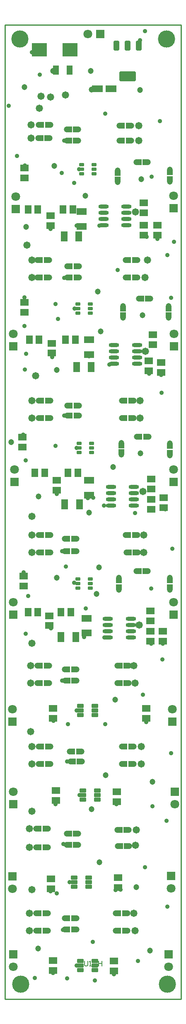
<source format=gts>
G04 Layer_Color=8388736*
%FSLAX44Y44*%
%MOMM*%
G71*
G01*
G75*
%ADD27C,0.2540*%
%ADD28C,0.2032*%
%ADD42R,2.0032X1.3532*%
%ADD43R,1.3532X2.0032*%
%ADD44R,1.6532X1.4032*%
G04:AMPARAMS|DCode=45|XSize=0.8532mm|YSize=1.4032mm|CornerRadius=0.1504mm|HoleSize=0mm|Usage=FLASHONLY|Rotation=90.000|XOffset=0mm|YOffset=0mm|HoleType=Round|Shape=RoundedRectangle|*
%AMROUNDEDRECTD45*
21,1,0.8532,1.1025,0,0,90.0*
21,1,0.5525,1.4032,0,0,90.0*
1,1,0.3007,0.5513,0.2762*
1,1,0.3007,0.5513,-0.2762*
1,1,0.3007,-0.5513,-0.2762*
1,1,0.3007,-0.5513,0.2762*
%
%ADD45ROUNDEDRECTD45*%
%ADD46C,1.2032*%
%ADD47R,1.2032X1.2032*%
%ADD48O,2.1032X0.8032*%
G04:AMPARAMS|DCode=49|XSize=0.7532mm|YSize=1.0032mm|CornerRadius=0.1511mm|HoleSize=0mm|Usage=FLASHONLY|Rotation=90.000|XOffset=0mm|YOffset=0mm|HoleType=Round|Shape=RoundedRectangle|*
%AMROUNDEDRECTD49*
21,1,0.7532,0.7010,0,0,90.0*
21,1,0.4510,1.0032,0,0,90.0*
1,1,0.3022,0.3505,0.2255*
1,1,0.3022,0.3505,-0.2255*
1,1,0.3022,-0.3505,-0.2255*
1,1,0.3022,-0.3505,0.2255*
%
%ADD49ROUNDEDRECTD49*%
%ADD50R,1.4032X1.6532*%
%ADD51R,1.2032X1.2032*%
G04:AMPARAMS|DCode=52|XSize=3.4032mm|YSize=1.9532mm|CornerRadius=0.1541mm|HoleSize=0mm|Usage=FLASHONLY|Rotation=0.000|XOffset=0mm|YOffset=0mm|HoleType=Round|Shape=RoundedRectangle|*
%AMROUNDEDRECTD52*
21,1,3.4032,1.6450,0,0,0.0*
21,1,3.0950,1.9532,0,0,0.0*
1,1,0.3082,1.5475,-0.8225*
1,1,0.3082,-1.5475,-0.8225*
1,1,0.3082,-1.5475,0.8225*
1,1,0.3082,1.5475,0.8225*
%
%ADD52ROUNDEDRECTD52*%
G04:AMPARAMS|DCode=53|XSize=1.1032mm|YSize=1.9532mm|CornerRadius=0.1511mm|HoleSize=0mm|Usage=FLASHONLY|Rotation=0.000|XOffset=0mm|YOffset=0mm|HoleType=Round|Shape=RoundedRectangle|*
%AMROUNDEDRECTD53*
21,1,1.1032,1.6510,0,0,0.0*
21,1,0.8010,1.9532,0,0,0.0*
1,1,0.3022,0.4005,-0.8255*
1,1,0.3022,-0.4005,-0.8255*
1,1,0.3022,-0.4005,0.8255*
1,1,0.3022,0.4005,0.8255*
%
%ADD53ROUNDEDRECTD53*%
%ADD54R,2.2032X1.4032*%
%ADD55R,1.1532X1.9032*%
%ADD56R,3.1532X2.7532*%
%ADD57C,1.8032*%
%ADD58R,1.8032X1.8032*%
%ADD59R,1.8032X1.8032*%
%ADD60C,3.5052*%
%ADD61C,0.9032*%
%ADD62C,1.4732*%
D27*
X0Y-1990000D02*
Y-1274D01*
Y-1990000D02*
X359410D01*
X0Y-1274D02*
X359410D01*
Y-1990000D02*
Y-1274D01*
D28*
X162070Y-1912627D02*
Y-1921091D01*
X163763Y-1922784D01*
X167148D01*
X168841Y-1921091D01*
Y-1912627D01*
X172227Y-1922784D02*
X175612D01*
X173920D01*
Y-1912627D01*
X172227Y-1914320D01*
X180691Y-1924477D02*
X187462D01*
X190847Y-1912627D02*
Y-1922784D01*
Y-1917706D01*
X197619D01*
Y-1912627D01*
Y-1922784D01*
D42*
X166370Y-1242774D02*
D03*
Y-1212774D02*
D03*
X171450Y-961154D02*
D03*
Y-931154D02*
D03*
Y-674134D02*
D03*
Y-644134D02*
D03*
X156210Y-412514D02*
D03*
Y-382514D02*
D03*
D43*
X114540Y-1250950D02*
D03*
X144540D02*
D03*
X122160Y-980440D02*
D03*
X152160D02*
D03*
X146290Y-699774D02*
D03*
X176290D02*
D03*
X120890Y-433074D02*
D03*
X150890D02*
D03*
D44*
X283210Y-364654D02*
D03*
Y-384654D02*
D03*
X222880Y-1932784D02*
D03*
Y-1912784D02*
D03*
X97790Y-1931514D02*
D03*
Y-1911514D02*
D03*
X90170Y-1207774D02*
D03*
Y-1227774D02*
D03*
X297180Y-1239684D02*
D03*
Y-1259684D02*
D03*
Y-1197774D02*
D03*
Y-1217774D02*
D03*
X322580Y-1259684D02*
D03*
Y-1239684D02*
D03*
X38100Y-1126654D02*
D03*
Y-1146654D02*
D03*
X105410Y-931074D02*
D03*
Y-951074D02*
D03*
X298450Y-970444D02*
D03*
Y-990444D02*
D03*
Y-928534D02*
D03*
Y-948534D02*
D03*
X323850Y-986634D02*
D03*
Y-966634D02*
D03*
X35560Y-843444D02*
D03*
Y-863444D02*
D03*
X95250Y-651514D02*
D03*
Y-671514D02*
D03*
X293370Y-687234D02*
D03*
Y-707234D02*
D03*
X302260Y-633894D02*
D03*
Y-653894D02*
D03*
X318770Y-711044D02*
D03*
Y-691044D02*
D03*
X39370Y-567854D02*
D03*
Y-587854D02*
D03*
X92710Y-391324D02*
D03*
Y-411324D02*
D03*
X283210Y-410374D02*
D03*
Y-430374D02*
D03*
X311150D02*
D03*
Y-410374D02*
D03*
X39370Y-293534D02*
D03*
Y-313534D02*
D03*
X228600Y-1567344D02*
D03*
Y-1587344D02*
D03*
X288290Y-1397164D02*
D03*
Y-1417164D02*
D03*
X104140Y-1564804D02*
D03*
Y-1584804D02*
D03*
X97790Y-1397164D02*
D03*
Y-1417164D02*
D03*
X93980Y-1745144D02*
D03*
Y-1765144D02*
D03*
X231140Y-1742604D02*
D03*
Y-1762604D02*
D03*
D45*
X170960Y-1741834D02*
D03*
Y-1751334D02*
D03*
Y-1760834D02*
D03*
X141460D02*
D03*
Y-1751334D02*
D03*
Y-1741834D02*
D03*
X153670Y-1912014D02*
D03*
Y-1921514D02*
D03*
Y-1931014D02*
D03*
X183170D02*
D03*
Y-1921514D02*
D03*
Y-1912014D02*
D03*
X188740Y-1564034D02*
D03*
Y-1573534D02*
D03*
Y-1583034D02*
D03*
X159240D02*
D03*
Y-1573534D02*
D03*
Y-1564034D02*
D03*
X183660Y-1391314D02*
D03*
Y-1400814D02*
D03*
Y-1410314D02*
D03*
X154160D02*
D03*
Y-1400814D02*
D03*
Y-1391314D02*
D03*
D46*
X121920Y-1824994D02*
D03*
X146050D02*
D03*
X121920Y-1847854D02*
D03*
X146050D02*
D03*
X250190Y-1814834D02*
D03*
X226060D02*
D03*
X250190Y-1850394D02*
D03*
X226060D02*
D03*
X63500Y-1814834D02*
D03*
X87630D02*
D03*
X63500Y-1850394D02*
D03*
X87630D02*
D03*
X267970Y-1116334D02*
D03*
X292100D02*
D03*
X336550Y-1130304D02*
D03*
Y-1154434D02*
D03*
X232410Y-1130304D02*
D03*
Y-1154434D02*
D03*
X270510Y-1042674D02*
D03*
X246380D02*
D03*
X271780Y-1078234D02*
D03*
X247650D02*
D03*
X68580Y-1042674D02*
D03*
X92710D02*
D03*
X68580Y-1078234D02*
D03*
X92710D02*
D03*
X121920Y-1050294D02*
D03*
X146050D02*
D03*
X121920Y-1075694D02*
D03*
X146050D02*
D03*
X269240Y-842014D02*
D03*
X293370D02*
D03*
X336550Y-855984D02*
D03*
Y-880114D02*
D03*
X237490Y-854714D02*
D03*
Y-878844D02*
D03*
X262890Y-768354D02*
D03*
X238760D02*
D03*
X262890Y-803914D02*
D03*
X238760D02*
D03*
X68580Y-768354D02*
D03*
X92710D02*
D03*
X68580Y-803914D02*
D03*
X92710D02*
D03*
X127000Y-778514D02*
D03*
X151130D02*
D03*
X127000Y-798834D02*
D03*
X151130D02*
D03*
X273050Y-560074D02*
D03*
X297180D02*
D03*
X334010Y-575314D02*
D03*
Y-599444D02*
D03*
X241300Y-575314D02*
D03*
Y-599444D02*
D03*
X270510Y-481334D02*
D03*
X246380D02*
D03*
X270510Y-516894D02*
D03*
X246380D02*
D03*
X66040Y-481334D02*
D03*
X90170D02*
D03*
X66040Y-516894D02*
D03*
X90170D02*
D03*
X126840Y-494034D02*
D03*
X150970D02*
D03*
X127000Y-516894D02*
D03*
X151130D02*
D03*
X267970Y-281334D02*
D03*
X292100D02*
D03*
X336550Y-297184D02*
D03*
Y-321314D02*
D03*
X229870Y-298454D02*
D03*
Y-322584D02*
D03*
X257810Y-207014D02*
D03*
X233680D02*
D03*
X257810Y-237494D02*
D03*
X233680D02*
D03*
X68580Y-205744D02*
D03*
X92710D02*
D03*
X67310Y-232414D02*
D03*
X91440D02*
D03*
X125730Y-214634D02*
D03*
X149860D02*
D03*
X125730Y-237494D02*
D03*
X149860D02*
D03*
X156210Y-1484634D02*
D03*
X132080D02*
D03*
X146050Y-1316994D02*
D03*
X121920D02*
D03*
X157480Y-1504954D02*
D03*
X133350D02*
D03*
X146540Y-1339854D02*
D03*
X122410D02*
D03*
X238760Y-1474474D02*
D03*
X262890D02*
D03*
X229240Y-1309374D02*
D03*
X253370D02*
D03*
X238760Y-1510034D02*
D03*
X262890D02*
D03*
X229240Y-1344934D02*
D03*
X253370D02*
D03*
X92710Y-1474474D02*
D03*
X68580D02*
D03*
X90170Y-1309374D02*
D03*
X66040D02*
D03*
X92710Y-1510034D02*
D03*
X68580D02*
D03*
X90170Y-1344934D02*
D03*
X66040D02*
D03*
X87630Y-1680214D02*
D03*
X63500D02*
D03*
X87630Y-1642114D02*
D03*
X63500D02*
D03*
X229870Y-1677674D02*
D03*
X254000D02*
D03*
X229240Y-1644654D02*
D03*
X253370D02*
D03*
X149860Y-1675134D02*
D03*
X125730D02*
D03*
X149860Y-1652274D02*
D03*
X125730D02*
D03*
X67310Y-1887224D02*
D03*
X295910Y-1891034D02*
D03*
X267970Y-1761494D02*
D03*
X193040Y-1710694D02*
D03*
X176580Y-1602740D02*
D03*
X205740Y-1532894D02*
D03*
X300990Y-1546864D02*
D03*
X224790Y-1379224D02*
D03*
X186690Y-1163324D02*
D03*
X191770Y-1108714D02*
D03*
X105410Y-1130304D02*
D03*
X220980Y-904244D02*
D03*
X171450Y-996950D02*
D03*
X68580Y-963934D02*
D03*
X12700Y-853444D02*
D03*
X276860Y-876304D02*
D03*
X105410Y-706124D02*
D03*
X195580Y-627384D02*
D03*
X280670Y-594364D02*
D03*
X189230Y-546104D02*
D03*
X163830Y-350524D02*
D03*
X43180Y-414024D02*
D03*
X278130Y-316234D02*
D03*
X100330Y-289564D02*
D03*
X39370Y-128274D02*
D03*
X97790Y-95254D02*
D03*
X176530Y-133354D02*
D03*
X175260Y-95254D02*
D03*
X275590Y-134620D02*
D03*
D47*
X127000Y-1824994D02*
D03*
X140970D02*
D03*
X127000Y-1847854D02*
D03*
X140970D02*
D03*
X245110Y-1814834D02*
D03*
X231140D02*
D03*
X245110Y-1850394D02*
D03*
X231140D02*
D03*
X68580Y-1814834D02*
D03*
X82550D02*
D03*
X68580Y-1850394D02*
D03*
X82550D02*
D03*
X273050Y-1116334D02*
D03*
X287020D02*
D03*
X265430Y-1042674D02*
D03*
X251460D02*
D03*
X266700Y-1078234D02*
D03*
X252730D02*
D03*
X73660Y-1042674D02*
D03*
X87630D02*
D03*
X73660Y-1078234D02*
D03*
X87630D02*
D03*
X127000Y-1050294D02*
D03*
X140970D02*
D03*
X127000Y-1075694D02*
D03*
X140970D02*
D03*
X274320Y-842014D02*
D03*
X288290D02*
D03*
X257810Y-768354D02*
D03*
X243840D02*
D03*
X257810Y-803914D02*
D03*
X243840D02*
D03*
X73660Y-768354D02*
D03*
X87630D02*
D03*
X73660Y-803914D02*
D03*
X87630D02*
D03*
X132080Y-778514D02*
D03*
X146050D02*
D03*
X132080Y-798834D02*
D03*
X146050D02*
D03*
X278130Y-560074D02*
D03*
X292100D02*
D03*
X265430Y-481334D02*
D03*
X251460D02*
D03*
X265430Y-516894D02*
D03*
X251460D02*
D03*
X71120Y-481334D02*
D03*
X85090D02*
D03*
X71120Y-516894D02*
D03*
X85090D02*
D03*
X131920Y-494034D02*
D03*
X145890D02*
D03*
X132080Y-516894D02*
D03*
X146050D02*
D03*
X273050Y-281334D02*
D03*
X287020D02*
D03*
X252730Y-207014D02*
D03*
X238760D02*
D03*
X252730Y-237494D02*
D03*
X238760D02*
D03*
X73660Y-205744D02*
D03*
X87630D02*
D03*
X72390Y-232414D02*
D03*
X86360D02*
D03*
X130810Y-214634D02*
D03*
X144780D02*
D03*
X130810Y-237494D02*
D03*
X144780D02*
D03*
X151130Y-1484634D02*
D03*
X137160D02*
D03*
X140970Y-1316994D02*
D03*
X127000D02*
D03*
X152400Y-1504954D02*
D03*
X138430D02*
D03*
X141460Y-1339854D02*
D03*
X127490D02*
D03*
X243840Y-1474474D02*
D03*
X257810D02*
D03*
X234320Y-1309374D02*
D03*
X248290D02*
D03*
X243840Y-1510034D02*
D03*
X257810D02*
D03*
X234320Y-1344934D02*
D03*
X248290D02*
D03*
X87630Y-1474474D02*
D03*
X73660D02*
D03*
X85090Y-1309374D02*
D03*
X71120D02*
D03*
X87630Y-1510034D02*
D03*
X73660D02*
D03*
X85090Y-1344934D02*
D03*
X71120D02*
D03*
X82550Y-1680214D02*
D03*
X68580D02*
D03*
X82550Y-1642114D02*
D03*
X68580D02*
D03*
X234950Y-1677674D02*
D03*
X248920D02*
D03*
X234320Y-1644654D02*
D03*
X248290D02*
D03*
X144780Y-1675134D02*
D03*
X130810D02*
D03*
X144780Y-1652274D02*
D03*
X130810D02*
D03*
D48*
X257180Y-1252224D02*
D03*
Y-1239524D02*
D03*
Y-1226824D02*
D03*
Y-1214124D02*
D03*
X210180Y-1252224D02*
D03*
Y-1239524D02*
D03*
Y-1226824D02*
D03*
Y-1214124D02*
D03*
X263530Y-982984D02*
D03*
Y-970284D02*
D03*
Y-957584D02*
D03*
Y-944884D02*
D03*
X216530Y-982984D02*
D03*
Y-970284D02*
D03*
Y-957584D02*
D03*
Y-944884D02*
D03*
X269880Y-693424D02*
D03*
Y-680724D02*
D03*
Y-668024D02*
D03*
Y-655324D02*
D03*
X222880Y-693424D02*
D03*
Y-680724D02*
D03*
Y-668024D02*
D03*
Y-655324D02*
D03*
X248290Y-410374D02*
D03*
Y-397674D02*
D03*
Y-384974D02*
D03*
Y-372274D02*
D03*
X201290Y-410374D02*
D03*
Y-397674D02*
D03*
Y-384974D02*
D03*
Y-372274D02*
D03*
D49*
X174040Y-1132234D02*
D03*
Y-1141734D02*
D03*
Y-1151234D02*
D03*
X148540D02*
D03*
Y-1141734D02*
D03*
Y-1132234D02*
D03*
X176580Y-855374D02*
D03*
Y-864874D02*
D03*
Y-874374D02*
D03*
X151080D02*
D03*
Y-864874D02*
D03*
Y-855374D02*
D03*
X174040Y-570894D02*
D03*
Y-580394D02*
D03*
Y-589894D02*
D03*
X148540D02*
D03*
Y-580394D02*
D03*
Y-570894D02*
D03*
X181660Y-286414D02*
D03*
Y-295914D02*
D03*
Y-305414D02*
D03*
X156160D02*
D03*
Y-295914D02*
D03*
Y-286414D02*
D03*
D50*
X134460Y-1200154D02*
D03*
X114460D02*
D03*
X66990D02*
D03*
X46990D02*
D03*
X148430Y-915674D02*
D03*
X128430D02*
D03*
X81120D02*
D03*
X61120D02*
D03*
X143350Y-643894D02*
D03*
X123350D02*
D03*
X69530D02*
D03*
X49530D02*
D03*
X138270Y-378464D02*
D03*
X118270D02*
D03*
X66990D02*
D03*
X46990D02*
D03*
D51*
X336550Y-1135384D02*
D03*
Y-1149354D02*
D03*
X232410Y-1135384D02*
D03*
Y-1149354D02*
D03*
X336550Y-861064D02*
D03*
Y-875034D02*
D03*
X237490Y-859794D02*
D03*
Y-873764D02*
D03*
X334010Y-580394D02*
D03*
Y-594364D02*
D03*
X241300Y-580394D02*
D03*
Y-594364D02*
D03*
X336550Y-302264D02*
D03*
Y-316234D02*
D03*
X229870Y-303534D02*
D03*
Y-317504D02*
D03*
D52*
X250190Y-106184D02*
D03*
D53*
X227190Y-43684D02*
D03*
X250190D02*
D03*
X273190D02*
D03*
D54*
X188740Y-132084D02*
D03*
X216740D02*
D03*
D55*
X104270Y-93984D02*
D03*
X132270D02*
D03*
D56*
X70350Y-52074D02*
D03*
X132850D02*
D03*
D57*
X334010Y-1924434D02*
D03*
X16510D02*
D03*
Y-1567184D02*
D03*
X341630Y-1398434D02*
D03*
X15240D02*
D03*
X344170Y-1179834D02*
D03*
X16510D02*
D03*
X344170Y-909324D02*
D03*
X19050D02*
D03*
X345440Y-632464D02*
D03*
X16510D02*
D03*
X344170Y-350524D02*
D03*
X21590Y-351794D02*
D03*
X168910Y-20324D02*
D03*
X346710Y-1592584D02*
D03*
X15240Y-1765144D02*
D03*
X339090Y-1764034D02*
D03*
D58*
X334010Y-1899034D02*
D03*
X16510D02*
D03*
Y-1592584D02*
D03*
X341630Y-1423834D02*
D03*
X15240D02*
D03*
X344170Y-1205234D02*
D03*
X16510D02*
D03*
X344170Y-934724D02*
D03*
X19050D02*
D03*
X345440Y-657864D02*
D03*
X16510D02*
D03*
X344170Y-375924D02*
D03*
X21590Y-377194D02*
D03*
X346710Y-1567184D02*
D03*
X15240Y-1739744D02*
D03*
X339090Y-1738634D02*
D03*
D59*
X194310Y-20324D02*
D03*
D60*
X30000Y-30000D02*
D03*
X330000D02*
D03*
X331978Y-1960000D02*
D03*
X31978D02*
D03*
D61*
X161290Y-1250950D02*
D03*
X168910Y-967740D02*
D03*
X180340Y-966634D02*
D03*
X120650Y-237494D02*
D03*
X146050Y-864874D02*
D03*
X327660Y-990604D02*
D03*
X116840Y-1075694D02*
D03*
X140970Y-1140464D02*
D03*
X322580Y-1264924D02*
D03*
X298450D02*
D03*
X203200Y-1252224D02*
D03*
X93980Y-1233174D02*
D03*
X116840Y-1339854D02*
D03*
X288290Y-1424944D02*
D03*
X146050Y-1400814D02*
D03*
X99060Y-1422404D02*
D03*
X222250Y-1939294D02*
D03*
X146050Y-1921514D02*
D03*
X97790Y-1936754D02*
D03*
X118110Y-1849124D02*
D03*
X119380Y-1673864D02*
D03*
X127000Y-1504954D02*
D03*
X152400Y-1573534D02*
D03*
X102870Y-1592584D02*
D03*
X227330D02*
D03*
X151130Y-295914D02*
D03*
X40640Y-288294D02*
D03*
X92710Y-417834D02*
D03*
X161290Y-414024D02*
D03*
X193040Y-411484D02*
D03*
X311150Y-438154D02*
D03*
X289560Y-434344D02*
D03*
X120650Y-518164D02*
D03*
X142240Y-580394D02*
D03*
X318770Y-716124D02*
D03*
X294640Y-713744D02*
D03*
X213360Y-694694D02*
D03*
X171450Y-678184D02*
D03*
X96520Y-679454D02*
D03*
X120650Y-798834D02*
D03*
X36830Y-838204D02*
D03*
X105410Y-958854D02*
D03*
X38100Y-1118874D02*
D03*
X225900Y-1767844D02*
D03*
X132080Y-1751334D02*
D03*
X92710Y-1770304D02*
D03*
X331470Y-471174D02*
D03*
X140970Y-323854D02*
D03*
X298450Y-1151894D02*
D03*
X281940Y-1369064D02*
D03*
X204470Y-1428754D02*
D03*
X179070Y-1873254D02*
D03*
X127000Y-1948184D02*
D03*
X183660Y-1951994D02*
D03*
X271780Y-1912784D02*
D03*
X236220Y-1766574D02*
D03*
X285750Y-1720854D02*
D03*
X331978Y-1801118D02*
D03*
X60960Y-1946914D02*
D03*
X329946Y-1625858D02*
D03*
X339090Y-1488444D02*
D03*
X128270Y-1428754D02*
D03*
X321310Y-1296674D02*
D03*
X124460Y-1107444D02*
D03*
X265430Y-998224D02*
D03*
X341630Y-1070614D02*
D03*
X102870Y-571504D02*
D03*
X320000Y-752694D02*
D03*
X102870Y-861064D02*
D03*
X40640Y-704854D02*
D03*
X107950Y-601984D02*
D03*
X39370Y-557534D02*
D03*
X229870Y-501654D02*
D03*
X275590Y-33024D02*
D03*
X316230Y-198124D02*
D03*
X54610Y-57154D02*
D03*
X115570Y-303534D02*
D03*
X299720Y-311154D02*
D03*
X24130Y-269244D02*
D03*
X105270Y-1774194D02*
D03*
X300990Y-1596394D02*
D03*
X201930Y-982984D02*
D03*
X71260Y-102874D02*
D03*
X204470Y-182880D02*
D03*
X7620Y-166374D02*
D03*
X345440Y-444504D02*
D03*
X339090Y-558804D02*
D03*
X146540Y-411324D02*
D03*
X43180Y-673104D02*
D03*
X39370Y-615954D02*
D03*
X41910Y-890274D02*
D03*
Y-1244604D02*
D03*
X46990Y-1167134D02*
D03*
X165100Y-1192534D02*
D03*
X285750Y-13970D02*
D03*
D62*
X266700Y-1676404D02*
D03*
X53340Y-205744D02*
D03*
X123190Y-144784D02*
D03*
X92590Y-148594D02*
D03*
X73660Y-147324D02*
D03*
X54610Y-1606554D02*
D03*
X274320Y-1226824D02*
D03*
X44450Y-450854D02*
D03*
X54610Y-1004574D02*
D03*
Y-1263654D02*
D03*
X52070Y-1443994D02*
D03*
X54610Y-1766414D02*
D03*
X273050Y-237494D02*
D03*
Y-207014D02*
D03*
X53340Y-232414D02*
D03*
X265430Y-1850394D02*
D03*
X262890Y-1814834D02*
D03*
X49530Y-1850394D02*
D03*
Y-1814834D02*
D03*
X267970Y-1644654D02*
D03*
X54610Y-1474474D02*
D03*
X49530Y-1680214D02*
D03*
Y-1642114D02*
D03*
X265430Y-1344934D02*
D03*
X262890Y-1309374D02*
D03*
X54610Y-1078234D02*
D03*
Y-1042674D02*
D03*
X283210D02*
D03*
Y-1078234D02*
D03*
X281940Y-953774D02*
D03*
X62230Y-717554D02*
D03*
X275590Y-768354D02*
D03*
Y-803914D02*
D03*
X285750Y-516894D02*
D03*
X54610Y-803914D02*
D03*
Y-768354D02*
D03*
X287020Y-668024D02*
D03*
X290830Y-481334D02*
D03*
X54610Y-516894D02*
D03*
Y-481334D02*
D03*
X266700Y-383544D02*
D03*
X69790Y-171394D02*
D03*
X278130Y-1474474D02*
D03*
Y-1510034D02*
D03*
X52070Y-1344934D02*
D03*
Y-1309374D02*
D03*
X54610Y-1510034D02*
D03*
M02*

</source>
